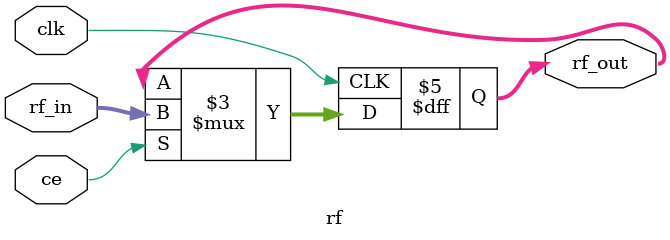
<source format=v>
module rf(
input [7:0] rf_in,
input clk,
input ce,
output reg [7:0] rf_out
);

always @(negedge clk)
begin
	if(ce)
	begin
		rf_out <= rf_in;
	end
	else
	begin
		rf_out <= rf_out;
	end
end

endmodule
</source>
